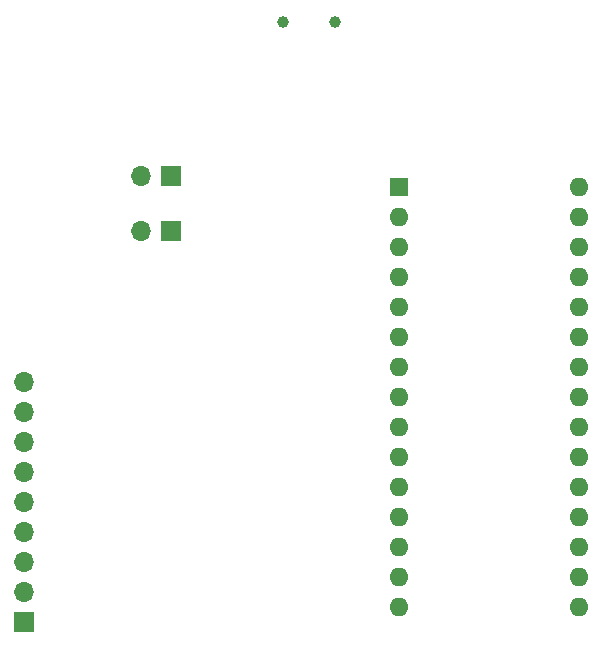
<source format=gbs>
%TF.GenerationSoftware,KiCad,Pcbnew,(5.1.8)-1*%
%TF.CreationDate,2021-06-16T10:38:21+02:00*%
%TF.ProjectId,p_dale_ble,70e96461-6c65-45f6-926c-652e6b696361,rev?*%
%TF.SameCoordinates,Original*%
%TF.FileFunction,Soldermask,Bot*%
%TF.FilePolarity,Negative*%
%FSLAX46Y46*%
G04 Gerber Fmt 4.6, Leading zero omitted, Abs format (unit mm)*
G04 Created by KiCad (PCBNEW (5.1.8)-1) date 2021-06-16 10:38:21*
%MOMM*%
%LPD*%
G01*
G04 APERTURE LIST*
%ADD10R,1.700000X1.700000*%
%ADD11O,1.700000X1.700000*%
%ADD12C,1.000000*%
%ADD13R,1.600000X1.600000*%
%ADD14O,1.600000X1.600000*%
G04 APERTURE END LIST*
D10*
%TO.C,U1*%
X95250000Y-132080000D03*
D11*
X95250000Y-129540000D03*
X95250000Y-127000000D03*
X95250000Y-124460000D03*
X95250000Y-121920000D03*
X95250000Y-119380000D03*
X95250000Y-116840000D03*
X95250000Y-114300000D03*
X95250000Y-111760000D03*
%TD*%
D12*
%TO.C,J3*%
X121580000Y-81280000D03*
X117180000Y-81280000D03*
%TD*%
D13*
%TO.C,A1*%
X127000000Y-95250000D03*
D14*
X142240000Y-128270000D03*
X127000000Y-97790000D03*
X142240000Y-125730000D03*
X127000000Y-100330000D03*
X142240000Y-123190000D03*
X127000000Y-102870000D03*
X142240000Y-120650000D03*
X127000000Y-105410000D03*
X142240000Y-118110000D03*
X127000000Y-107950000D03*
X142240000Y-115570000D03*
X127000000Y-110490000D03*
X142240000Y-113030000D03*
X127000000Y-113030000D03*
X142240000Y-110490000D03*
X127000000Y-115570000D03*
X142240000Y-107950000D03*
X127000000Y-118110000D03*
X142240000Y-105410000D03*
X127000000Y-120650000D03*
X142240000Y-102870000D03*
X127000000Y-123190000D03*
X142240000Y-100330000D03*
X127000000Y-125730000D03*
X142240000Y-97790000D03*
X127000000Y-128270000D03*
X142240000Y-95250000D03*
X127000000Y-130810000D03*
X142240000Y-130810000D03*
%TD*%
D11*
%TO.C,J2*%
X105130000Y-99000000D03*
D10*
X107670000Y-99000000D03*
%TD*%
D11*
%TO.C,J1*%
X105130000Y-94350000D03*
D10*
X107670000Y-94350000D03*
%TD*%
M02*

</source>
